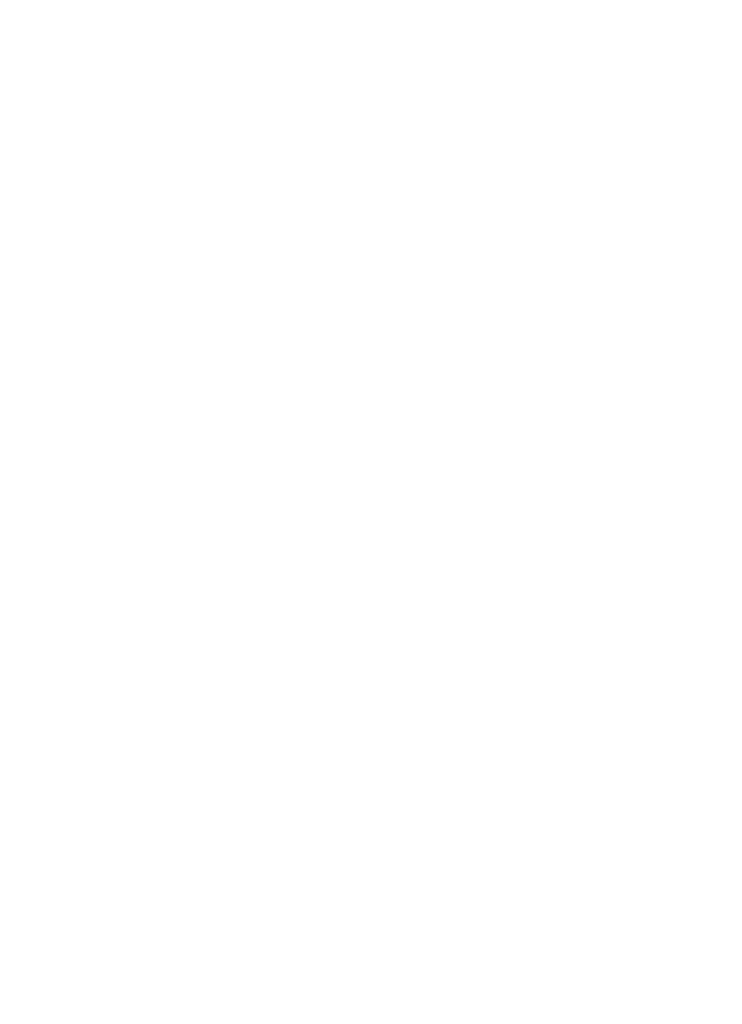
<source format=kicad_pcb>
(kicad_pcb
	(version 20240108)
	(generator "pcbnew")
	(generator_version "8.0")
	(general
		(thickness 1.6)
		(legacy_teardrops no)
	)
	(paper "A4")
	(layers
		(0 "F.Cu" signal)
		(31 "B.Cu" signal)
		(32 "B.Adhes" user "B.Adhesive")
		(33 "F.Adhes" user "F.Adhesive")
		(34 "B.Paste" user)
		(35 "F.Paste" user)
		(36 "B.SilkS" user "B.Silkscreen")
		(37 "F.SilkS" user "F.Silkscreen")
		(38 "B.Mask" user)
		(39 "F.Mask" user)
		(40 "Dwgs.User" user "User.Drawings")
		(41 "Cmts.User" user "User.Comments")
		(42 "Eco1.User" user "User.Eco1")
		(43 "Eco2.User" user "User.Eco2")
		(44 "Edge.Cuts" user)
		(45 "Margin" user)
		(46 "B.CrtYd" user "B.Courtyard")
		(47 "F.CrtYd" user "F.Courtyard")
		(48 "B.Fab" user)
		(49 "F.Fab" user)
		(50 "User.1" user)
		(51 "User.2" user)
		(52 "User.3" user)
		(53 "User.4" user)
		(54 "User.5" user)
		(55 "User.6" user)
		(56 "User.7" user)
		(57 "User.8" user)
		(58 "User.9" user)
	)
	(setup
		(pad_to_mask_clearance 0)
		(allow_soldermask_bridges_in_footprints no)
		(pcbplotparams
			(layerselection 0x00010fc_ffffffff)
			(plot_on_all_layers_selection 0x0000000_00000000)
			(disableapertmacros no)
			(usegerberextensions no)
			(usegerberattributes yes)
			(usegerberadvancedattributes yes)
			(creategerberjobfile yes)
			(dashed_line_dash_ratio 12.000000)
			(dashed_line_gap_ratio 3.000000)
			(svgprecision 4)
			(plotframeref no)
			(viasonmask no)
			(mode 1)
			(useauxorigin no)
			(hpglpennumber 1)
			(hpglpenspeed 20)
			(hpglpendiameter 15.000000)
			(pdf_front_fp_property_popups yes)
			(pdf_back_fp_property_popups yes)
			(dxfpolygonmode yes)
			(dxfimperialunits yes)
			(dxfusepcbnewfont yes)
			(psnegative no)
			(psa4output no)
			(plotreference yes)
			(plotvalue yes)
			(plotfptext yes)
			(plotinvisibletext no)
			(sketchpadsonfab no)
			(subtractmaskfromsilk no)
			(outputformat 1)
			(mirror no)
			(drillshape 1)
			(scaleselection 1)
			(outputdirectory "")
		)
	)
	(net 0 "")
	(gr_line
		(start 37.454 71.136)
		(end 37.454 123.336)
		(stroke
			(width 0.2)
			(type default)
		)
		(layer "User.2")
		(uuid "02de7199-3949-4a39-b5aa-439c356f5acb")
	)
	(gr_arc
		(start 139.954001 47.98919)
		(mid 138.186234 47.256958)
		(end 137.454001 45.489191)
		(stroke
			(width 0.2)
			(type default)
		)
		(layer "User.2")
		(uuid "0427db22-e584-40cb-8982-9103fad42514")
	)
	(gr_line
		(start 39.954 22.835996)
		(end 39.954 20.836309)
		(stroke
			(width 0.2)
			(type default)
		)
		(layer "User.2")
		(uuid "054136eb-205c-49ec-9b8e-6e51807a3b44")
	)
	(gr_line
		(start 146.804 140.836)
		(end 149.954 140.836)
		(stroke
			(width 0.2)
			(type default)
		)
		(layer "User.2")
		(uuid "06230b0f-4879-4dc3-88c2-05581e7c1115")
	)
	(gr_line
		(start 37.454 186.136)
		(end 39.954 186.136)
		(stroke
			(width 0.2)
			(type default)
		)
		(layer "User.2")
		(uuid "07ef8da1-2e9f-44d7-bcec-98f3d08c76d6")
	)
	(gr_line
		(start 147.454 25.836)
		(end 142.454 20.836)
		(stroke
			(width 0.2)
			(type default)
		)
		(layer "User.2")
		(uuid "1025fd45-3459-4baa-9a48-43335d78edd8")
	)
	(gr_line
		(start 32.454 128.336)
		(end 29.954 128.336)
		(stroke
			(width 0.2)
			(type default)
		)
		(layer "User.2")
		(uuid "12e856b9-20fa-45bf-b1d0-b2aba3a3dfeb")
	)
	(gr_line
		(start 39.954 20.836309)
		(end 39.953706 20.836)
		(stroke
			(width 0.2)
			(type default)
		)
		(layer "User.2")
		(uuid "13be93f0-19d9-4ea1-bf02-6580df62a71f")
	)
	(gr_line
		(start 38.454 182.632627)
		(end 39.954 182.632627)
		(stroke
			(width 0.2)
			(type default)
		)
		(layer "User.2")
		(uuid "15a8e744-04f1-4ccc-a135-1472eabd2a0c")
	)
	(gr_line
		(start 139.954 78.486)
		(end 139.454 78.486)
		(stroke
			(width 0.2)
			(type default)
		)
		(layer "User.2")
		(uuid "17703a5e-3806-4d3f-8a18-c3e6dd105aaf")
	)
	(gr_line
		(start 32.454 181.136)
		(end 37.454 186.136)
		(stroke
			(width 0.2)
			(type default)
		)
		(layer "User.2")
		(uuid "1e70f84e-b2be-4a47-a281-c19bb986ff4a")
	)
	(gr_line
		(start 147.454 181.136)
		(end 146.804 181.136)
		(stroke
			(width 0.2)
			(type default)
		)
		(layer "User.2")
		(uuid "1eeee48c-7333-4419-98d3-268d6324149f")
	)
	(gr_line
		(start 139.954 182.632627)
		(end 141.454 182.632627)
		(stroke
			(width 0.2)
			(type default)
		)
		(layer "User.2")
		(uuid "2028c0d2-a81d-4721-92af-563870351089")
	)
	(gr_line
		(start 147.454 128.336)
		(end 142.454 123.336)
		(stroke
			(width 0.2)
			(type default)
		)
		(layer "User.2")
		(uuid "20c82756-e44a-44dc-b908-cbd46680fda5")
	)
	(gr_circle
		(center 94.742 68.326)
		(end 96.342 68.326)
		(stroke
			(width 0.15)
			(type default)
		)
		(fill none)
		(layer "User.2")
		(uuid "20dc49eb-1f5f-4220-a953-aca62a8f5af5")
	)
	(gr_line
		(start 33.103997 181.136)
		(end 32.454 181.136)
		(stroke
			(width 0.2)
			(type default)
		)
		(layer "User.2")
		(uuid "22342f2c-5da8-4614-9c99-34766c3f68cb")
	)
	(gr_line
		(start 39.954 40.986001)
		(end 39.954 22.835996)
		(stroke
			(width 0.2)
			(type default)
		)
		(layer "User.2")
		(uuid "24d2c5b7-b8df-4861-93e3-f263f225a422")
	)
	(gr_line
		(start 33.104 25.836)
		(end 33.104 66.136)
		(stroke
			(width 0.2)
			(type default)
		)
		(layer "User.2")
		(uuid "293798dd-2bce-4012-8ba6-ca6da3d4f10e")
	)
	(gr_line
		(start 139.954 128.486)
		(end 139.953999 158.986002)
		(stroke
			(width 0.2)
			(type default)
		)
		(layer "User.2")
		(uuid "2ee7723b-6500-4554-96e9-4e5a637de617")
	)
	(gr_line
		(start 141.454 184.637179)
		(end 139.954 184.637179)
		(stroke
			(width 0.2)
			(type default)
		)
		(layer "User.2")
		(uuid "301552ba-c59a-4d45-9baf-ac47aad9847a")
	)
	(gr_arc
		(start 39.954 158.986003)
		(mid 41.721764 159.718238)
		(end 42.453999 161.486001)
		(stroke
			(width 0.2)
			(type default)
		)
		(layer "User.2")
		(uuid "322c6bf1-46a7-4441-90c5-8f7610018632")
	)
	(gr_line
		(start 39.954 186.136)
		(end 39.954 184.637627)
		(stroke
			(width 0.2)
			(type default)
		)
		(layer "User.2")
		(uuid "3313fe5d-939d-4409-8e04-4e094c72bfd0")
	)
	(gr_line
		(start 146.804 66.136)
		(end 146.804 25.836)
		(stroke
			(width 0.2)
			(type default)
		)
		(layer "User.2")
		(uuid "35e3884d-a023-45f4-b935-195da6cd0fe7")
	)
	(gr_line
		(start 40.454 128.486)
		(end 40.454 78.486)
		(stroke
			(width 0.2)
			(type default)
		)
		(layer "User.2")
		(uuid "37757036-e104-4f52-b6e2-7d09f134dfdc")
	)
	(gr_circle
		(center 95.994 160.76519)
		(end 96.502 162.03519)
		(stroke
			(width 0.15)
			(type default)
		)
		(fill none)
		(layer "User.2")
		(uuid "384c46d4-b4ed-468a-b574-6c536ca54726")
	)
	(gr_line
		(start 37.313725 123.476275)
		(end 32.454 128.336)
		(stroke
			(width 0.2)
			(type default)
		)
		(layer "User.2")
		(uuid "3df7384a-6204-4138-8e84-a379de156056")
	)
	(gr_line
		(start 29.954 128.336)
		(end 29.954 140.836)
		(stroke
			(width 0.2)
			(type default)
		)
		(layer "User.2")
		(uuid "3ec6a252-7224-4f9f-8ea4-1f9f640ddd39")
	)
	(gr_arc
		(start 39.954 40.986001)
		(mid 41.721764 41.718236)
		(end 42.453999 43.485999)
		(stroke
			(width 0.2)
			(type default)
		)
		(layer "User.2")
		(uuid "437104da-1bfb-4dcd-91b5-0488f1aebdea")
	)
	(gr_line
		(start 149.954 128.336)
		(end 147.454 128.336)
		(stroke
			(width 0.2)
			(type default)
		)
		(layer "User.2")
		(uuid "4816794d-b933-4375-adc5-d9cec9d3f1bb")
	)
	(gr_line
		(start 32.454 25.836)
		(end 33.104 25.836)
		(stroke
			(width 0.2)
			(type default)
		)
		(layer "User.2")
		(uuid "4c788727-9a2a-4ee7-b250-66023a017637")
	)
	(gr_arc
		(start 139.953999 165.985998)
		(mid 138.186232 165.253767)
		(end 137.454001 163.486)
		(stroke
			(width 0.2)
			(type default)
		)
		(layer "User.2")
		(uuid "519a59f8-4e8a-48ca-8430-64c279bf0fa2")
	)
	(gr_circle
		(center 45.212 91.186)
		(end 46.812 91.186)
		(stroke
			(width 0.15)
			(type default)
		)
		(fill none)
		(layer "User.2")
		(uuid "5759106c-cd04-4082-80ca-213a604a10ef")
	)
	(gr_arc
		(start 137.454001 161.486)
		(mid 138.186228 159.718229)
		(end 139.953999 158.986002)
		(stroke
			(width 0.2)
			(type default)
		)
		(layer "User.2")
		(uuid "5a9b4079-6123-4316-9701-8d815b442a53")
	)
	(gr_circle
		(center 140.954001 44.485999)
		(end 142.204001 44.485999)
		(stroke
			(width 0.2)
			(type default)
		)
		(fill none)
		(layer "User.2")
		(uuid "5bcef19e-379f-4a23-b032-c08087bf703f")
	)
	(gr_line
		(start 33.104 140.836)
		(end 33.103997 181.136)
		(stroke
			(width 0.2)
			(type default)
		)
		(layer "User.2")
		(uuid "5d4e4583-7772-4634-953c-5919a551a6a4")
	)
	(gr_line
		(start 139.954 186.136)
		(end 142.454 186.136)
		(stroke
			(width 0.2)
			(type default)
		)
		(layer "User.2")
		(uuid "5e16b012-0966-4099-8c06-f2cc53ebd7c0")
	)
	(gr_circle
		(center 38.953999 162.486001)
		(end 40.203999 162.486001)
		(stroke
			(width 0.2)
			(type default)
		)
		(fill none)
		(layer "User.2")
		(uuid "63c3dcc7-9166-4211-8031-6c4618e40d48")
	)
	(gr_line
		(start 146.804 25.836)
		(end 147.454 25.836)
		(stroke
			(width 0.2)
			(type default)
		)
		(layer "User.2")
		(uuid "64ed6767-ed26-4970-8f6f-7e0ffa5b3f21")
	)
	(gr_line
		(start 39.953706 20.836)
		(end 37.454 20.836)
		(stroke
			(width 0.2)
			(type default)
		)
		(layer "User.2")
		(uuid "656756d5-cd9b-403e-9c29-dc398e20bb84")
	)
	(gr_line
		(start 37.454 20.836)
		(end 32.454 25.836)
		(stroke
			(width 0.2)
			(type default)
		)
		(layer "User.2")
		(uuid "6ae6bd98-548e-4f8a-874b-41cc95c77a0f")
	)
	(gr_line
		(start 146.804 181.136)
		(end 146.804 140.836)
		(stroke
			(width 0.2)
			(type default)
		)
		(layer "User.2")
		(uuid "6de60cf8-f3b9-4e45-83c5-cdb2e2614150")
	)
	(gr_rect
		(start 93.454 106.40919)
		(end 98.534 157.20919)
		(stroke
			(width 0.15)
			(type default)
		)
		(fill none)
		(layer "User.2")
		(uuid "6e3071a2-b0c4-4e22-95da-1b63221d0ea2")
	)
	(gr_line
		(start 142.454 20.836)
		(end 139.954 20.836)
		(stroke
			(width 0.2)
			(type default)
		)
		(layer "User.2")
		(uuid "6ed67e1f-3223-4962-9933-b0cdf753371f")
	)
	(gr_circle
		(center 94.742 59.436)
		(end 96.342 59.436)
		(stroke
			(width 0.15)
			(type default)
		)
		(fill none)
		(layer "User.2")
		(uuid "7495a555-ae45-471a-ad17-56da935eb7b4")
	)
	(gr_rect
		(start 43.416 99.29719)
		(end 99.55 184.38719)
		(stroke
			(width 0.15)
			(type default)
		)
		(fill none)
		(layer "User.2")
		(uuid "819bf789-79b1-4caa-a462-07e8d569a19e")
	)
	(gr_rect
		(start 45.702 184.38719)
		(end 97.01 186.41919)
		(stroke
			(width 0.15)
			(type default)
		)
		(fill none)
		(layer "User.2")
		(uuid "85112322-6e13-468f-9fb8-46b490c3fc83")
	)
	(gr_line
		(start 39.954 158.986003)
		(end 39.954 128.486)
		(stroke
			(width 0.2)
			(type default)
		)
		(layer "User.2")
		(uuid "85fca0db-56e5-471f-8f3e-940f59b9e4d5")
	)
	(gr_line
		(start 142.454 186.136)
		(end 147.454 181.136)
		(stroke
			(width 0.2)
			(type default)
		)
		(layer "User.2")
		(uuid "86a349de-8f71-4d6a-9e7c-8fb4bdf343aa")
	)
	(gr_line
		(start 139.953999 165.985998)
		(end 139.954 182.632627)
		(stroke
			(width 0.2)
			(type default)
		)
		(layer "User.2")
		(uuid "8b301bc5-1063-45c1-ab22-c74617c52d7a")
	)
	(gr_line
		(start 40.454 78.486)
		(end 39.954 78.486)
		(stroke
			(width 0.2)
			(type default)
		)
		(layer "User.2")
		(uuid "8c341886-2b2e-4a8b-b4fe-07c158529b2c")
	)
	(gr_circle
		(center 46.972 160.76519)
		(end 47.734 161.78119)
		(stroke
			(width 0.15)
			(type default)
		)
		(fill none)
		(layer "User.2")
		(uuid "8fa21b4f-bd6d-4f1f-afdf-b3c5ec97e531")
	)
	(gr_line
		(start 139.954 20.836)
		(end 139.954002 40.986002)
		(stroke
			(width 0.2)
			(type default)
		)
		(layer "User.2")
		(uuid "94eb7bb6-e058-4150-9784-1aa43eaf1a95")
	)
	(gr_rect
		(start 98.534 72.11919)
		(end 101.074 96.24919)
		(stroke
			(width 0.15)
			(type default)
		)
		(fill none)
		(layer "User.2")
		(uuid "970ee25a-64d3-4437-ad0c-e1e51d1342d4")
	)
	(gr_line
		(start 139.954 184.637179)
		(end 139.954 186.136)
		(stroke
			(width 0.2)
			(type default)
		)
		(layer "User.2")
		(uuid "9720ef8a-3be2-4808-ad47-54567348f0f8")
	)
	(gr_line
		(start 39.954 128.486)
		(end 40.454 128.486)
		(stroke
			(width 0.2)
			(type default)
		)
		(layer "User.2")
		(uuid "9bd0482a-a6bf-4b86-a0ff-b09305662faf")
	)
	(gr_line
		(start 33.104 66.136)
		(end 32.454 66.136)
		(stroke
			(width 0.2)
			(type default)
		)
		(layer "User.2")
		(uuid "9dba1925-49ae-4d8b-8456-aac637466828")
	)
	(gr_circle
		(center 46.972 102.85319)
		(end 47.734 103.86919)
		(stroke
			(width 0.15)
			(type default)
		)
		(fill none)
		(layer "User.2")
		(uuid "9dde0f48-7589-487f-be09-962d7b461cef")
	)
	(gr_line
		(start 142.454 71.136)
		(end 147.454 66.136)
		(stroke
			(width 0.2)
			(type default)
		)
		(layer "User.2")
		(uuid "9e1b7689-a13a-4b52-b628-72d0d2764df5")
	)
	(gr_line
		(start 142.454 123.336)
		(end 142.454 71.136)
		(stroke
			(width 0.2)
			(type default)
		)
		(layer "User.2")
		(uuid "9eb81382-df51-4584-95f6-12f7adebaefe")
	)
	(gr_line
		(start 149.954 140.836)
		(end 149.954 128.336)
		(stroke
			(width 0.2)
			(type default)
		)
		(layer "User.2")
		(uuid "a407b7ad-d4ca-4316-bb63-a25e187c9b12")
	)
	(gr_line
		(start 139.954001 47.98919)
		(end 139.954 78.486)
		(stroke
			(width 0.2)
			(type default)
		)
		(layer "User.2")
		(uuid "a7e56ae3-fbee-49d6-a0c8-ac05c7a4bcbf")
	)
	(gr_line
		(start 139.454 128.486)
		(end 139.954 128.486)
		(stroke
			(width 0.2)
			(type default)
		)
		(layer "User.2")
		(uuid "aba5a824-0766-46db-a864-9eedd7acacf2")
	)
	(gr_arc
		(start 42.453999 45.485999)
		(mid 41.721762 47.253761)
		(end 39.954 47.985998)
		(stroke
			(width 0.2)
			(type default)
		)
		(layer "User.2")
		(uuid "af6c5b12-0bff-4d38-b0f1-f2cb1e1bb951")
	)
	(gr_line
		(start 32.454 66.136)
		(end 37.454 71.136)
		(stroke
			(width 0.2)
			(type default)
		)
		(layer "User.2")
		(uuid "affb7601-794f-45f2-ac72-8cead6988fdd")
	)
	(gr_arc
		(start 42.453999 163.486002)
		(mid 41.72176 165.253762)
		(end 39.954 165.986)
		(stroke
			(width 0.2)
			(type default)
		)
		(layer "User.2")
		(uuid "b0ec574c-8962-4ac3-8dd0-c16be45825c7")
	)
	(gr_line
		(start 141.454 182.632627)
		(end 141.454 184.637179)
		(stroke
			(width 0.2)
			(type default)
		)
		(layer "User.2")
		(uuid "b1fe750b-b878-4675-8c3c-f22d44bb43e3")
	)
	(gr_rect
		(start 41.384 55.60919)
		(end 98.534 96.24919)
		(stroke
			(width 0.15)
			(type default)
		)
		(fill none)
		(layer "User.2")
		(uuid "b752ac51-6dad-4930-b7f3-d97fdb729b6c")
	)
	(gr_arc
		(start 137.454001 43.486)
		(mid 138.18623 41.718228)
		(end 139.954002 40.986002)
		(stroke
			(width 0.2)
			(type default)
		)
		(layer "User.2")
		(uuid "b844fda8-a3aa-4cd5-87a5-1630198f86b3")
	)
	(gr_line
		(start 39.954 182.632627)
		(end 39.954 165.986)
		(stroke
			(width 0.2)
			(type default)
		)
		(layer "User.2")
		(uuid "baff6142-ab7c-42c8-9924-1444751d1348")
	)
	(gr_line
		(start 137.454001 43.486)
		(end 137.454001 45.489191)
		(stroke
			(width 0.2)
			(type default)
		)
		(layer "User.2")
		(uuid "c61e289e-8640-4a54-b26f-0296d3807ef5")
	)
	(gr_circle
		(center 45.212 75.946)
		(end 46.812 75.946)
		(stroke
			(width 0.15)
			(type default)
		)
		(fill none)
		(layer "User.2")
		(uuid "cf0e2e74-cebe-471e-82a9-0b5c12a50a12")
	)
	(gr_line
		(start 42.453999 163.486002)
		(end 42.453999 161.486001)
		(stroke
			(width 0.2)
			(type default)
		)
		(layer "User.2")
		(uuid "d5366a90-8f1f-4ef2-b6dd-d006937d730e")
	)
	(gr_line
		(start 37.454 123.336)
		(end 37.313725 123.476275)
		(stroke
			(width 0.2)
			(type default)
		)
		(layer "User.2")
		(uuid "dd4ee1d2-3515-4b98-8834-8e9e3a40d499")
	)
	(gr_circle
		(center 95.994 102.85319)
		(end 97.01 103.86919)
		(stroke
			(width 0.15)
			(type default)
		)
		(fill none)
		(layer "User.2")
		(uuid "ddfb03f2-60ab-4dd4-9aed-c0f060cd799c")
	)
	(gr_line
		(start 29.954 140.836)
		(end 33.104 140.836)
		(stroke
			(width 0.2)
			(type default)
		)
		(layer "User.2")
		(uuid "de94f7af-8c14-4d3a-838a-b9dad39dbf03")
	)
	(gr_line
		(start 39.954 78.486)
		(end 39.954 47.985998)
		(stroke
			(width 0.2)
			(type default)
		)
		(layer "User.2")
		(uuid "e0cbc569-3cee-4135-af7d-de9cc63defa5")
	)
	(gr_line
		(start 139.454 78.486)
		(end 139.454 128.486)
		(stroke
			(width 0.2)
			(type default)
		)
		(layer "User.2")
		(uuid "e7b4523d-dbd1-4d5b-9f27-00d516829fa8")
	)
	(gr_circle
		(center 38.953999 44.485999)
		(end 40.203999 44.485999)
		(stroke
			(width 0.2)
			(type default)
		)
		(fill none)
		(layer "User.2")
		(uuid "e7bd111e-6132-407c-a34f-f14f87a3de2f")
	)
	(gr_line
		(start 147.454 66.136)
		(end 146.804 66.136)
		(stroke
			(width 0.2)
			(type default)
		)
		(layer "User.2")
		(uuid "e972a9e7-ecd5-40e6-8ab1-65d03a687bc3")
	)
	(gr_line
		(start 137.454001 161.486)
		(end 137.454001 163.486)
		(stroke
			(width 0.2)
			(type default)
		)
		(layer "User.2")
		(uuid "ea83ed0e-c1c4-438e-900a-58f6ac19824d")
	)
	(gr_circle
		(center 140.954001 162.486001)
		(end 142.204001 162.486001)
		(stroke
			(width 0.2)
			(type default)
		)
		(fill none)
		(layer "User.2")
		(uuid "f0401634-5efb-4693-ae02-be2fe0091372")
	)
	(gr_line
		(start 39.954 184.637627)
		(end 38.454 184.637627)
		(stroke
			(width 0.2)
			(type default)
		)
		(layer "User.2")
		(uuid "f6f83b5e-e050-4bed-b7bc-36420a65dcb8")
	)
	(gr_line
		(start 38.454 184.637627)
		(end 38.454 182.632627)
		(stroke
			(width 0.2)
			(type default)
		)
		(layer "User.2")
		(uuid "f846cd8e-6ab8-4ac0-baa0-6ad05b3a518f")
	)
	(gr_rect
		(start 101.074 72.11919)
		(end 117.584 115.29919)
		(stroke
			(width 0.15)
			(type default)
		)
		(fill none)
		(layer "User.2")
		(uuid "fd7d16ce-a0c2-4422-b304-3ed2f9064205")
	)
	(gr_line
		(start 42.453999 45.485999)
		(end 42.453999 43.485999)
		(stroke
			(width 0.2)
			(type default)
		)
		(layer "User.2")
		(uuid "fe326a8f-ea30-4f7c-9712-26c8a18ef347")
	)
	(group ""
		(uuid "815128bb-8048-4b25-82e2-286eea463147")
		(members "02de7199-3949-4a39-b5aa-439c356f5acb" "0427db22-e584-40cb-8982-9103fad42514"
			"054136eb-205c-49ec-9b8e-6e51807a3b44" "06230b0f-4879-4dc3-88c2-05581e7c1115"
			"07ef8da1-2e9f-44d7-bcec-98f3d08c76d6" "1025fd45-3459-4baa-9a48-43335d78edd8"
			"12e856b9-20fa-45bf-b1d0-b2aba3a3dfeb" "13be93f0-19d9-4ea1-bf02-6580df62a71f"
			"15a8e744-04f1-4ccc-a135-1472eabd2a0c" "17703a5e-3806-4d3f-8a18-c3e6dd105aaf"
			"1e70f84e-b2be-4a47-a281-c19bb986ff4a" "1eeee48c-7333-4419-98d3-268d6324149f"
			"2028c0d2-a81d-4721-92af-563870351089" "20c82756-e44a-44dc-b908-cbd46680fda5"
			"22342f2c-5da8-4614-9c99-34766c3f68cb" "24d2c5b7-b8df-4861-93e3-f263f225a422"
			"293798dd-2bce-4012-8ba6-ca6da3d4f10e" "2ee7723b-6500-4554-96e9-4e5a637de617"
			"301552ba-c59a-4d45-9baf-ac47aad9847a" "322c6bf1-46a7-4441-90c5-8f7610018632"
			"3313fe5d-939d-4409-8e04-4e094c72bfd0" "35e3884d-a023-45f4-b935-195da6cd0fe7"
			"37757036-e104-4f52-b6e2-7d09f134dfdc" "3df7384a-6204-4138-8e84-a379de156056"
			"3ec6a252-7224-4f9f-8ea4-1f9f640ddd39" "437104da-1bfb-4dcd-91b5-0488f1aebdea"
			"4816794d-b933-4375-adc5-d9cec9d3f1bb" "4c788727-9a2a-4ee7-b250-66023a017637"
			"519a59f8-4e8a-48ca-8430-64c279bf0fa2" "5a9b4079-6123-4316-9701-8d815b442a53"
			"5bcef19e-379f-4a23-b032-c08087bf703f" "5d4e4583-7772-4634-953c-5919a551a6a4"
			"5e16b012-0966-4099-8c06-f2cc53ebd7c0" "63c3dcc7-9166-4211-8031-6c4618e40d48"
			"64ed6767-ed26-4970-8f6f-7e0ffa5b3f21" "656756d5-cd9b-403e-9c29-dc398e20bb84"
			"6ae6bd98-548e-4f8a-874b-41cc95c77a0f" "6de60cf8-f3b9-4e45-83c5-cdb2e2614150"
			"6ed67e1f-3223-4962-9933-b0cdf753371f" "85fca0db-56e5-471f-8f3e-940f59b9e4d5"
			"86a349de-8f71-4d6a-9e7c-8fb4bdf343aa" "8b301bc5-1063-45c1-ab22-c74617c52d7a"
			"8c341886-2b2e-4a8b-b4fe-07c158529b2c" "94eb7bb6-e058-4150-9784-1aa43eaf1a95"
			"9720ef8a-3be2-4808-ad47-54567348f0f8" "9bd0482a-a6bf-4b86-a0ff-b09305662faf"
			"9dba1925-49ae-4d8b-8456-aac637466828" "9e1b7689-a13a-4b52-b628-72d0d2764df5"
			"9eb81382-df51-4584-95f6-12f7adebaefe" "a407b7ad-d4ca-4316-bb63-a25e187c9b12"
			"a7e56ae3-fbee-49d6-a0c8-ac05c7a4bcbf" "aba5a824-0766-46db-a864-9eedd7acacf2"
			"af6c5b12-0bff-4d38-b0f1-f2cb1e1bb951" "affb7601-794f-45f2-ac72-8cead6988fdd"
			"b0ec574c-8962-4ac3-8dd0-c16be45825c7" "b1fe750b-b878-4675-8c3c-f22d44bb43e3"
			"b844fda8-a3aa-4cd5-87a5-1630198f86b3" "baff6142-ab7c-42c8-9924-1444751d1348"
			"c61e289e-8640-4a54-b26f-0296d3807ef5" "d5366a90-8f1f-4ef2-b6dd-d006937d730e"
			"dd4ee1d2-3515-4b98-8834-8e9e3a40d499" "de94f7af-8c14-4d3a-838a-b9dad39dbf03"
			"e0cbc569-3cee-4135-af7d-de9cc63defa5" "e7b4523d-dbd1-4d5b-9f27-00d516829fa8"
			"e7bd111e-6132-407c-a34f-f14f87a3de2f" "e972a9e7-ecd5-40e6-8ab1-65d03a687bc3"
			"ea83ed0e-c1c4-438e-900a-58f6ac19824d" "f0401634-5efb-4693-ae02-be2fe0091372"
			"f6f83b5e-e050-4bed-b7bc-36420a65dcb8" "f846cd8e-6ab8-4ac0-baa0-6ad05b3a518f"
			"fe326a8f-ea30-4f7c-9712-26c8a18ef347"
		)
	)
)

</source>
